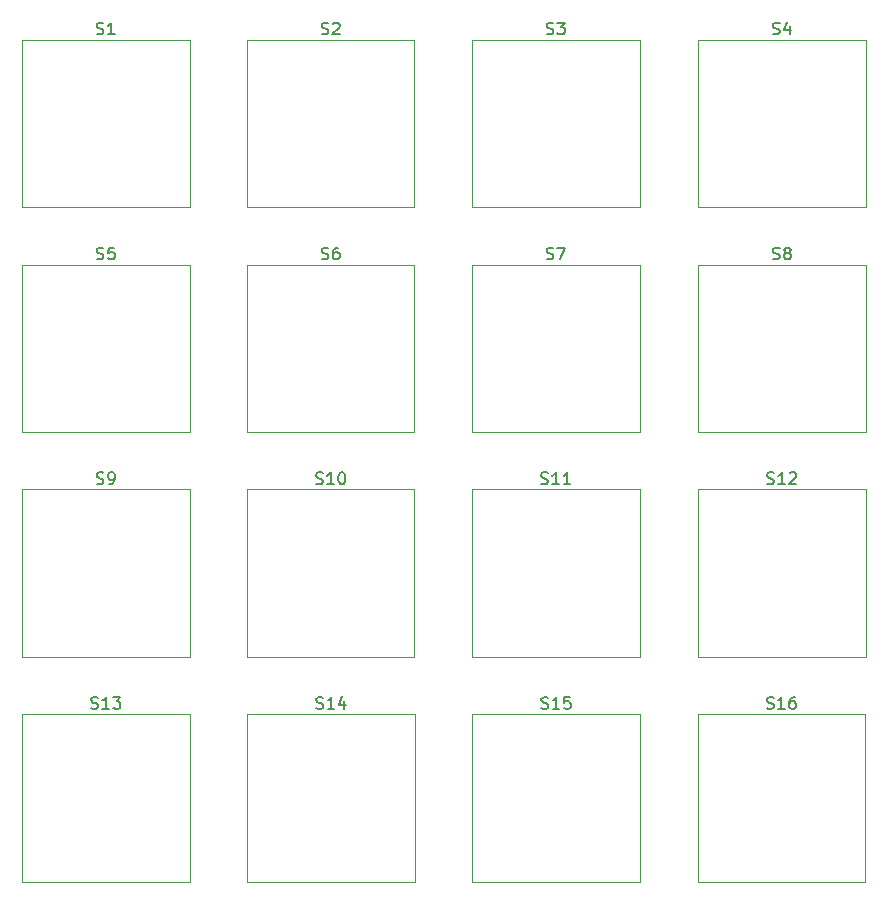
<source format=gbr>
%TF.GenerationSoftware,KiCad,Pcbnew,8.0.5*%
%TF.CreationDate,2024-10-21T23:59:58+02:00*%
%TF.ProjectId,retrooper_keyboard,72657472-6f6f-4706-9572-5f6b6579626f,rev?*%
%TF.SameCoordinates,Original*%
%TF.FileFunction,Legend,Top*%
%TF.FilePolarity,Positive*%
%FSLAX46Y46*%
G04 Gerber Fmt 4.6, Leading zero omitted, Abs format (unit mm)*
G04 Created by KiCad (PCBNEW 8.0.5) date 2024-10-21 23:59:58*
%MOMM*%
%LPD*%
G01*
G04 APERTURE LIST*
%ADD10C,0.150000*%
%ADD11C,0.120000*%
G04 APERTURE END LIST*
D10*
X123631905Y-100407200D02*
X123774762Y-100454819D01*
X123774762Y-100454819D02*
X124012857Y-100454819D01*
X124012857Y-100454819D02*
X124108095Y-100407200D01*
X124108095Y-100407200D02*
X124155714Y-100359580D01*
X124155714Y-100359580D02*
X124203333Y-100264342D01*
X124203333Y-100264342D02*
X124203333Y-100169104D01*
X124203333Y-100169104D02*
X124155714Y-100073866D01*
X124155714Y-100073866D02*
X124108095Y-100026247D01*
X124108095Y-100026247D02*
X124012857Y-99978628D01*
X124012857Y-99978628D02*
X123822381Y-99931009D01*
X123822381Y-99931009D02*
X123727143Y-99883390D01*
X123727143Y-99883390D02*
X123679524Y-99835771D01*
X123679524Y-99835771D02*
X123631905Y-99740533D01*
X123631905Y-99740533D02*
X123631905Y-99645295D01*
X123631905Y-99645295D02*
X123679524Y-99550057D01*
X123679524Y-99550057D02*
X123727143Y-99502438D01*
X123727143Y-99502438D02*
X123822381Y-99454819D01*
X123822381Y-99454819D02*
X124060476Y-99454819D01*
X124060476Y-99454819D02*
X124203333Y-99502438D01*
X125155714Y-100454819D02*
X124584286Y-100454819D01*
X124870000Y-100454819D02*
X124870000Y-99454819D01*
X124870000Y-99454819D02*
X124774762Y-99597676D01*
X124774762Y-99597676D02*
X124679524Y-99692914D01*
X124679524Y-99692914D02*
X124584286Y-99740533D01*
X125489048Y-99454819D02*
X126108095Y-99454819D01*
X126108095Y-99454819D02*
X125774762Y-99835771D01*
X125774762Y-99835771D02*
X125917619Y-99835771D01*
X125917619Y-99835771D02*
X126012857Y-99883390D01*
X126012857Y-99883390D02*
X126060476Y-99931009D01*
X126060476Y-99931009D02*
X126108095Y-100026247D01*
X126108095Y-100026247D02*
X126108095Y-100264342D01*
X126108095Y-100264342D02*
X126060476Y-100359580D01*
X126060476Y-100359580D02*
X126012857Y-100407200D01*
X126012857Y-100407200D02*
X125917619Y-100454819D01*
X125917619Y-100454819D02*
X125631905Y-100454819D01*
X125631905Y-100454819D02*
X125536667Y-100407200D01*
X125536667Y-100407200D02*
X125489048Y-100359580D01*
X124098439Y-81387200D02*
X124241296Y-81434819D01*
X124241296Y-81434819D02*
X124479391Y-81434819D01*
X124479391Y-81434819D02*
X124574629Y-81387200D01*
X124574629Y-81387200D02*
X124622248Y-81339580D01*
X124622248Y-81339580D02*
X124669867Y-81244342D01*
X124669867Y-81244342D02*
X124669867Y-81149104D01*
X124669867Y-81149104D02*
X124622248Y-81053866D01*
X124622248Y-81053866D02*
X124574629Y-81006247D01*
X124574629Y-81006247D02*
X124479391Y-80958628D01*
X124479391Y-80958628D02*
X124288915Y-80911009D01*
X124288915Y-80911009D02*
X124193677Y-80863390D01*
X124193677Y-80863390D02*
X124146058Y-80815771D01*
X124146058Y-80815771D02*
X124098439Y-80720533D01*
X124098439Y-80720533D02*
X124098439Y-80625295D01*
X124098439Y-80625295D02*
X124146058Y-80530057D01*
X124146058Y-80530057D02*
X124193677Y-80482438D01*
X124193677Y-80482438D02*
X124288915Y-80434819D01*
X124288915Y-80434819D02*
X124527010Y-80434819D01*
X124527010Y-80434819D02*
X124669867Y-80482438D01*
X125146058Y-81434819D02*
X125336534Y-81434819D01*
X125336534Y-81434819D02*
X125431772Y-81387200D01*
X125431772Y-81387200D02*
X125479391Y-81339580D01*
X125479391Y-81339580D02*
X125574629Y-81196723D01*
X125574629Y-81196723D02*
X125622248Y-81006247D01*
X125622248Y-81006247D02*
X125622248Y-80625295D01*
X125622248Y-80625295D02*
X125574629Y-80530057D01*
X125574629Y-80530057D02*
X125527010Y-80482438D01*
X125527010Y-80482438D02*
X125431772Y-80434819D01*
X125431772Y-80434819D02*
X125241296Y-80434819D01*
X125241296Y-80434819D02*
X125146058Y-80482438D01*
X125146058Y-80482438D02*
X125098439Y-80530057D01*
X125098439Y-80530057D02*
X125050820Y-80625295D01*
X125050820Y-80625295D02*
X125050820Y-80863390D01*
X125050820Y-80863390D02*
X125098439Y-80958628D01*
X125098439Y-80958628D02*
X125146058Y-81006247D01*
X125146058Y-81006247D02*
X125241296Y-81053866D01*
X125241296Y-81053866D02*
X125431772Y-81053866D01*
X125431772Y-81053866D02*
X125527010Y-81006247D01*
X125527010Y-81006247D02*
X125574629Y-80958628D01*
X125574629Y-80958628D02*
X125622248Y-80863390D01*
X124098439Y-62357200D02*
X124241296Y-62404819D01*
X124241296Y-62404819D02*
X124479391Y-62404819D01*
X124479391Y-62404819D02*
X124574629Y-62357200D01*
X124574629Y-62357200D02*
X124622248Y-62309580D01*
X124622248Y-62309580D02*
X124669867Y-62214342D01*
X124669867Y-62214342D02*
X124669867Y-62119104D01*
X124669867Y-62119104D02*
X124622248Y-62023866D01*
X124622248Y-62023866D02*
X124574629Y-61976247D01*
X124574629Y-61976247D02*
X124479391Y-61928628D01*
X124479391Y-61928628D02*
X124288915Y-61881009D01*
X124288915Y-61881009D02*
X124193677Y-61833390D01*
X124193677Y-61833390D02*
X124146058Y-61785771D01*
X124146058Y-61785771D02*
X124098439Y-61690533D01*
X124098439Y-61690533D02*
X124098439Y-61595295D01*
X124098439Y-61595295D02*
X124146058Y-61500057D01*
X124146058Y-61500057D02*
X124193677Y-61452438D01*
X124193677Y-61452438D02*
X124288915Y-61404819D01*
X124288915Y-61404819D02*
X124527010Y-61404819D01*
X124527010Y-61404819D02*
X124669867Y-61452438D01*
X125574629Y-61404819D02*
X125098439Y-61404819D01*
X125098439Y-61404819D02*
X125050820Y-61881009D01*
X125050820Y-61881009D02*
X125098439Y-61833390D01*
X125098439Y-61833390D02*
X125193677Y-61785771D01*
X125193677Y-61785771D02*
X125431772Y-61785771D01*
X125431772Y-61785771D02*
X125527010Y-61833390D01*
X125527010Y-61833390D02*
X125574629Y-61881009D01*
X125574629Y-61881009D02*
X125622248Y-61976247D01*
X125622248Y-61976247D02*
X125622248Y-62214342D01*
X125622248Y-62214342D02*
X125574629Y-62309580D01*
X125574629Y-62309580D02*
X125527010Y-62357200D01*
X125527010Y-62357200D02*
X125431772Y-62404819D01*
X125431772Y-62404819D02*
X125193677Y-62404819D01*
X125193677Y-62404819D02*
X125098439Y-62357200D01*
X125098439Y-62357200D02*
X125050820Y-62309580D01*
X161751905Y-100407200D02*
X161894762Y-100454819D01*
X161894762Y-100454819D02*
X162132857Y-100454819D01*
X162132857Y-100454819D02*
X162228095Y-100407200D01*
X162228095Y-100407200D02*
X162275714Y-100359580D01*
X162275714Y-100359580D02*
X162323333Y-100264342D01*
X162323333Y-100264342D02*
X162323333Y-100169104D01*
X162323333Y-100169104D02*
X162275714Y-100073866D01*
X162275714Y-100073866D02*
X162228095Y-100026247D01*
X162228095Y-100026247D02*
X162132857Y-99978628D01*
X162132857Y-99978628D02*
X161942381Y-99931009D01*
X161942381Y-99931009D02*
X161847143Y-99883390D01*
X161847143Y-99883390D02*
X161799524Y-99835771D01*
X161799524Y-99835771D02*
X161751905Y-99740533D01*
X161751905Y-99740533D02*
X161751905Y-99645295D01*
X161751905Y-99645295D02*
X161799524Y-99550057D01*
X161799524Y-99550057D02*
X161847143Y-99502438D01*
X161847143Y-99502438D02*
X161942381Y-99454819D01*
X161942381Y-99454819D02*
X162180476Y-99454819D01*
X162180476Y-99454819D02*
X162323333Y-99502438D01*
X163275714Y-100454819D02*
X162704286Y-100454819D01*
X162990000Y-100454819D02*
X162990000Y-99454819D01*
X162990000Y-99454819D02*
X162894762Y-99597676D01*
X162894762Y-99597676D02*
X162799524Y-99692914D01*
X162799524Y-99692914D02*
X162704286Y-99740533D01*
X164180476Y-99454819D02*
X163704286Y-99454819D01*
X163704286Y-99454819D02*
X163656667Y-99931009D01*
X163656667Y-99931009D02*
X163704286Y-99883390D01*
X163704286Y-99883390D02*
X163799524Y-99835771D01*
X163799524Y-99835771D02*
X164037619Y-99835771D01*
X164037619Y-99835771D02*
X164132857Y-99883390D01*
X164132857Y-99883390D02*
X164180476Y-99931009D01*
X164180476Y-99931009D02*
X164228095Y-100026247D01*
X164228095Y-100026247D02*
X164228095Y-100264342D01*
X164228095Y-100264342D02*
X164180476Y-100359580D01*
X164180476Y-100359580D02*
X164132857Y-100407200D01*
X164132857Y-100407200D02*
X164037619Y-100454819D01*
X164037619Y-100454819D02*
X163799524Y-100454819D01*
X163799524Y-100454819D02*
X163704286Y-100407200D01*
X163704286Y-100407200D02*
X163656667Y-100359580D01*
X142661905Y-81387200D02*
X142804762Y-81434819D01*
X142804762Y-81434819D02*
X143042857Y-81434819D01*
X143042857Y-81434819D02*
X143138095Y-81387200D01*
X143138095Y-81387200D02*
X143185714Y-81339580D01*
X143185714Y-81339580D02*
X143233333Y-81244342D01*
X143233333Y-81244342D02*
X143233333Y-81149104D01*
X143233333Y-81149104D02*
X143185714Y-81053866D01*
X143185714Y-81053866D02*
X143138095Y-81006247D01*
X143138095Y-81006247D02*
X143042857Y-80958628D01*
X143042857Y-80958628D02*
X142852381Y-80911009D01*
X142852381Y-80911009D02*
X142757143Y-80863390D01*
X142757143Y-80863390D02*
X142709524Y-80815771D01*
X142709524Y-80815771D02*
X142661905Y-80720533D01*
X142661905Y-80720533D02*
X142661905Y-80625295D01*
X142661905Y-80625295D02*
X142709524Y-80530057D01*
X142709524Y-80530057D02*
X142757143Y-80482438D01*
X142757143Y-80482438D02*
X142852381Y-80434819D01*
X142852381Y-80434819D02*
X143090476Y-80434819D01*
X143090476Y-80434819D02*
X143233333Y-80482438D01*
X144185714Y-81434819D02*
X143614286Y-81434819D01*
X143900000Y-81434819D02*
X143900000Y-80434819D01*
X143900000Y-80434819D02*
X143804762Y-80577676D01*
X143804762Y-80577676D02*
X143709524Y-80672914D01*
X143709524Y-80672914D02*
X143614286Y-80720533D01*
X144804762Y-80434819D02*
X144900000Y-80434819D01*
X144900000Y-80434819D02*
X144995238Y-80482438D01*
X144995238Y-80482438D02*
X145042857Y-80530057D01*
X145042857Y-80530057D02*
X145090476Y-80625295D01*
X145090476Y-80625295D02*
X145138095Y-80815771D01*
X145138095Y-80815771D02*
X145138095Y-81053866D01*
X145138095Y-81053866D02*
X145090476Y-81244342D01*
X145090476Y-81244342D02*
X145042857Y-81339580D01*
X145042857Y-81339580D02*
X144995238Y-81387200D01*
X144995238Y-81387200D02*
X144900000Y-81434819D01*
X144900000Y-81434819D02*
X144804762Y-81434819D01*
X144804762Y-81434819D02*
X144709524Y-81387200D01*
X144709524Y-81387200D02*
X144661905Y-81339580D01*
X144661905Y-81339580D02*
X144614286Y-81244342D01*
X144614286Y-81244342D02*
X144566667Y-81053866D01*
X144566667Y-81053866D02*
X144566667Y-80815771D01*
X144566667Y-80815771D02*
X144614286Y-80625295D01*
X144614286Y-80625295D02*
X144661905Y-80530057D01*
X144661905Y-80530057D02*
X144709524Y-80482438D01*
X144709524Y-80482438D02*
X144804762Y-80434819D01*
X181344039Y-43306376D02*
X181486896Y-43353995D01*
X181486896Y-43353995D02*
X181724991Y-43353995D01*
X181724991Y-43353995D02*
X181820229Y-43306376D01*
X181820229Y-43306376D02*
X181867848Y-43258756D01*
X181867848Y-43258756D02*
X181915467Y-43163518D01*
X181915467Y-43163518D02*
X181915467Y-43068280D01*
X181915467Y-43068280D02*
X181867848Y-42973042D01*
X181867848Y-42973042D02*
X181820229Y-42925423D01*
X181820229Y-42925423D02*
X181724991Y-42877804D01*
X181724991Y-42877804D02*
X181534515Y-42830185D01*
X181534515Y-42830185D02*
X181439277Y-42782566D01*
X181439277Y-42782566D02*
X181391658Y-42734947D01*
X181391658Y-42734947D02*
X181344039Y-42639709D01*
X181344039Y-42639709D02*
X181344039Y-42544471D01*
X181344039Y-42544471D02*
X181391658Y-42449233D01*
X181391658Y-42449233D02*
X181439277Y-42401614D01*
X181439277Y-42401614D02*
X181534515Y-42353995D01*
X181534515Y-42353995D02*
X181772610Y-42353995D01*
X181772610Y-42353995D02*
X181915467Y-42401614D01*
X182772610Y-42687328D02*
X182772610Y-43353995D01*
X182534515Y-42306376D02*
X182296420Y-43020661D01*
X182296420Y-43020661D02*
X182915467Y-43020661D01*
X162198095Y-62357200D02*
X162340952Y-62404819D01*
X162340952Y-62404819D02*
X162579047Y-62404819D01*
X162579047Y-62404819D02*
X162674285Y-62357200D01*
X162674285Y-62357200D02*
X162721904Y-62309580D01*
X162721904Y-62309580D02*
X162769523Y-62214342D01*
X162769523Y-62214342D02*
X162769523Y-62119104D01*
X162769523Y-62119104D02*
X162721904Y-62023866D01*
X162721904Y-62023866D02*
X162674285Y-61976247D01*
X162674285Y-61976247D02*
X162579047Y-61928628D01*
X162579047Y-61928628D02*
X162388571Y-61881009D01*
X162388571Y-61881009D02*
X162293333Y-61833390D01*
X162293333Y-61833390D02*
X162245714Y-61785771D01*
X162245714Y-61785771D02*
X162198095Y-61690533D01*
X162198095Y-61690533D02*
X162198095Y-61595295D01*
X162198095Y-61595295D02*
X162245714Y-61500057D01*
X162245714Y-61500057D02*
X162293333Y-61452438D01*
X162293333Y-61452438D02*
X162388571Y-61404819D01*
X162388571Y-61404819D02*
X162626666Y-61404819D01*
X162626666Y-61404819D02*
X162769523Y-61452438D01*
X163102857Y-61404819D02*
X163769523Y-61404819D01*
X163769523Y-61404819D02*
X163340952Y-62404819D01*
X124098439Y-43306376D02*
X124241296Y-43353995D01*
X124241296Y-43353995D02*
X124479391Y-43353995D01*
X124479391Y-43353995D02*
X124574629Y-43306376D01*
X124574629Y-43306376D02*
X124622248Y-43258756D01*
X124622248Y-43258756D02*
X124669867Y-43163518D01*
X124669867Y-43163518D02*
X124669867Y-43068280D01*
X124669867Y-43068280D02*
X124622248Y-42973042D01*
X124622248Y-42973042D02*
X124574629Y-42925423D01*
X124574629Y-42925423D02*
X124479391Y-42877804D01*
X124479391Y-42877804D02*
X124288915Y-42830185D01*
X124288915Y-42830185D02*
X124193677Y-42782566D01*
X124193677Y-42782566D02*
X124146058Y-42734947D01*
X124146058Y-42734947D02*
X124098439Y-42639709D01*
X124098439Y-42639709D02*
X124098439Y-42544471D01*
X124098439Y-42544471D02*
X124146058Y-42449233D01*
X124146058Y-42449233D02*
X124193677Y-42401614D01*
X124193677Y-42401614D02*
X124288915Y-42353995D01*
X124288915Y-42353995D02*
X124527010Y-42353995D01*
X124527010Y-42353995D02*
X124669867Y-42401614D01*
X125622248Y-43353995D02*
X125050820Y-43353995D01*
X125336534Y-43353995D02*
X125336534Y-42353995D01*
X125336534Y-42353995D02*
X125241296Y-42496852D01*
X125241296Y-42496852D02*
X125146058Y-42592090D01*
X125146058Y-42592090D02*
X125050820Y-42639709D01*
X142691905Y-100407200D02*
X142834762Y-100454819D01*
X142834762Y-100454819D02*
X143072857Y-100454819D01*
X143072857Y-100454819D02*
X143168095Y-100407200D01*
X143168095Y-100407200D02*
X143215714Y-100359580D01*
X143215714Y-100359580D02*
X143263333Y-100264342D01*
X143263333Y-100264342D02*
X143263333Y-100169104D01*
X143263333Y-100169104D02*
X143215714Y-100073866D01*
X143215714Y-100073866D02*
X143168095Y-100026247D01*
X143168095Y-100026247D02*
X143072857Y-99978628D01*
X143072857Y-99978628D02*
X142882381Y-99931009D01*
X142882381Y-99931009D02*
X142787143Y-99883390D01*
X142787143Y-99883390D02*
X142739524Y-99835771D01*
X142739524Y-99835771D02*
X142691905Y-99740533D01*
X142691905Y-99740533D02*
X142691905Y-99645295D01*
X142691905Y-99645295D02*
X142739524Y-99550057D01*
X142739524Y-99550057D02*
X142787143Y-99502438D01*
X142787143Y-99502438D02*
X142882381Y-99454819D01*
X142882381Y-99454819D02*
X143120476Y-99454819D01*
X143120476Y-99454819D02*
X143263333Y-99502438D01*
X144215714Y-100454819D02*
X143644286Y-100454819D01*
X143930000Y-100454819D02*
X143930000Y-99454819D01*
X143930000Y-99454819D02*
X143834762Y-99597676D01*
X143834762Y-99597676D02*
X143739524Y-99692914D01*
X143739524Y-99692914D02*
X143644286Y-99740533D01*
X145072857Y-99788152D02*
X145072857Y-100454819D01*
X144834762Y-99407200D02*
X144596667Y-100121485D01*
X144596667Y-100121485D02*
X145215714Y-100121485D01*
X181344039Y-62357200D02*
X181486896Y-62404819D01*
X181486896Y-62404819D02*
X181724991Y-62404819D01*
X181724991Y-62404819D02*
X181820229Y-62357200D01*
X181820229Y-62357200D02*
X181867848Y-62309580D01*
X181867848Y-62309580D02*
X181915467Y-62214342D01*
X181915467Y-62214342D02*
X181915467Y-62119104D01*
X181915467Y-62119104D02*
X181867848Y-62023866D01*
X181867848Y-62023866D02*
X181820229Y-61976247D01*
X181820229Y-61976247D02*
X181724991Y-61928628D01*
X181724991Y-61928628D02*
X181534515Y-61881009D01*
X181534515Y-61881009D02*
X181439277Y-61833390D01*
X181439277Y-61833390D02*
X181391658Y-61785771D01*
X181391658Y-61785771D02*
X181344039Y-61690533D01*
X181344039Y-61690533D02*
X181344039Y-61595295D01*
X181344039Y-61595295D02*
X181391658Y-61500057D01*
X181391658Y-61500057D02*
X181439277Y-61452438D01*
X181439277Y-61452438D02*
X181534515Y-61404819D01*
X181534515Y-61404819D02*
X181772610Y-61404819D01*
X181772610Y-61404819D02*
X181915467Y-61452438D01*
X182486896Y-61833390D02*
X182391658Y-61785771D01*
X182391658Y-61785771D02*
X182344039Y-61738152D01*
X182344039Y-61738152D02*
X182296420Y-61642914D01*
X182296420Y-61642914D02*
X182296420Y-61595295D01*
X182296420Y-61595295D02*
X182344039Y-61500057D01*
X182344039Y-61500057D02*
X182391658Y-61452438D01*
X182391658Y-61452438D02*
X182486896Y-61404819D01*
X182486896Y-61404819D02*
X182677372Y-61404819D01*
X182677372Y-61404819D02*
X182772610Y-61452438D01*
X182772610Y-61452438D02*
X182820229Y-61500057D01*
X182820229Y-61500057D02*
X182867848Y-61595295D01*
X182867848Y-61595295D02*
X182867848Y-61642914D01*
X182867848Y-61642914D02*
X182820229Y-61738152D01*
X182820229Y-61738152D02*
X182772610Y-61785771D01*
X182772610Y-61785771D02*
X182677372Y-61833390D01*
X182677372Y-61833390D02*
X182486896Y-61833390D01*
X182486896Y-61833390D02*
X182391658Y-61881009D01*
X182391658Y-61881009D02*
X182344039Y-61928628D01*
X182344039Y-61928628D02*
X182296420Y-62023866D01*
X182296420Y-62023866D02*
X182296420Y-62214342D01*
X182296420Y-62214342D02*
X182344039Y-62309580D01*
X182344039Y-62309580D02*
X182391658Y-62357200D01*
X182391658Y-62357200D02*
X182486896Y-62404819D01*
X182486896Y-62404819D02*
X182677372Y-62404819D01*
X182677372Y-62404819D02*
X182772610Y-62357200D01*
X182772610Y-62357200D02*
X182820229Y-62309580D01*
X182820229Y-62309580D02*
X182867848Y-62214342D01*
X182867848Y-62214342D02*
X182867848Y-62023866D01*
X182867848Y-62023866D02*
X182820229Y-61928628D01*
X182820229Y-61928628D02*
X182772610Y-61881009D01*
X182772610Y-61881009D02*
X182677372Y-61833390D01*
X143138095Y-62357200D02*
X143280952Y-62404819D01*
X143280952Y-62404819D02*
X143519047Y-62404819D01*
X143519047Y-62404819D02*
X143614285Y-62357200D01*
X143614285Y-62357200D02*
X143661904Y-62309580D01*
X143661904Y-62309580D02*
X143709523Y-62214342D01*
X143709523Y-62214342D02*
X143709523Y-62119104D01*
X143709523Y-62119104D02*
X143661904Y-62023866D01*
X143661904Y-62023866D02*
X143614285Y-61976247D01*
X143614285Y-61976247D02*
X143519047Y-61928628D01*
X143519047Y-61928628D02*
X143328571Y-61881009D01*
X143328571Y-61881009D02*
X143233333Y-61833390D01*
X143233333Y-61833390D02*
X143185714Y-61785771D01*
X143185714Y-61785771D02*
X143138095Y-61690533D01*
X143138095Y-61690533D02*
X143138095Y-61595295D01*
X143138095Y-61595295D02*
X143185714Y-61500057D01*
X143185714Y-61500057D02*
X143233333Y-61452438D01*
X143233333Y-61452438D02*
X143328571Y-61404819D01*
X143328571Y-61404819D02*
X143566666Y-61404819D01*
X143566666Y-61404819D02*
X143709523Y-61452438D01*
X144566666Y-61404819D02*
X144376190Y-61404819D01*
X144376190Y-61404819D02*
X144280952Y-61452438D01*
X144280952Y-61452438D02*
X144233333Y-61500057D01*
X144233333Y-61500057D02*
X144138095Y-61642914D01*
X144138095Y-61642914D02*
X144090476Y-61833390D01*
X144090476Y-61833390D02*
X144090476Y-62214342D01*
X144090476Y-62214342D02*
X144138095Y-62309580D01*
X144138095Y-62309580D02*
X144185714Y-62357200D01*
X144185714Y-62357200D02*
X144280952Y-62404819D01*
X144280952Y-62404819D02*
X144471428Y-62404819D01*
X144471428Y-62404819D02*
X144566666Y-62357200D01*
X144566666Y-62357200D02*
X144614285Y-62309580D01*
X144614285Y-62309580D02*
X144661904Y-62214342D01*
X144661904Y-62214342D02*
X144661904Y-61976247D01*
X144661904Y-61976247D02*
X144614285Y-61881009D01*
X144614285Y-61881009D02*
X144566666Y-61833390D01*
X144566666Y-61833390D02*
X144471428Y-61785771D01*
X144471428Y-61785771D02*
X144280952Y-61785771D01*
X144280952Y-61785771D02*
X144185714Y-61833390D01*
X144185714Y-61833390D02*
X144138095Y-61881009D01*
X144138095Y-61881009D02*
X144090476Y-61976247D01*
X180831905Y-100407200D02*
X180974762Y-100454819D01*
X180974762Y-100454819D02*
X181212857Y-100454819D01*
X181212857Y-100454819D02*
X181308095Y-100407200D01*
X181308095Y-100407200D02*
X181355714Y-100359580D01*
X181355714Y-100359580D02*
X181403333Y-100264342D01*
X181403333Y-100264342D02*
X181403333Y-100169104D01*
X181403333Y-100169104D02*
X181355714Y-100073866D01*
X181355714Y-100073866D02*
X181308095Y-100026247D01*
X181308095Y-100026247D02*
X181212857Y-99978628D01*
X181212857Y-99978628D02*
X181022381Y-99931009D01*
X181022381Y-99931009D02*
X180927143Y-99883390D01*
X180927143Y-99883390D02*
X180879524Y-99835771D01*
X180879524Y-99835771D02*
X180831905Y-99740533D01*
X180831905Y-99740533D02*
X180831905Y-99645295D01*
X180831905Y-99645295D02*
X180879524Y-99550057D01*
X180879524Y-99550057D02*
X180927143Y-99502438D01*
X180927143Y-99502438D02*
X181022381Y-99454819D01*
X181022381Y-99454819D02*
X181260476Y-99454819D01*
X181260476Y-99454819D02*
X181403333Y-99502438D01*
X182355714Y-100454819D02*
X181784286Y-100454819D01*
X182070000Y-100454819D02*
X182070000Y-99454819D01*
X182070000Y-99454819D02*
X181974762Y-99597676D01*
X181974762Y-99597676D02*
X181879524Y-99692914D01*
X181879524Y-99692914D02*
X181784286Y-99740533D01*
X183212857Y-99454819D02*
X183022381Y-99454819D01*
X183022381Y-99454819D02*
X182927143Y-99502438D01*
X182927143Y-99502438D02*
X182879524Y-99550057D01*
X182879524Y-99550057D02*
X182784286Y-99692914D01*
X182784286Y-99692914D02*
X182736667Y-99883390D01*
X182736667Y-99883390D02*
X182736667Y-100264342D01*
X182736667Y-100264342D02*
X182784286Y-100359580D01*
X182784286Y-100359580D02*
X182831905Y-100407200D01*
X182831905Y-100407200D02*
X182927143Y-100454819D01*
X182927143Y-100454819D02*
X183117619Y-100454819D01*
X183117619Y-100454819D02*
X183212857Y-100407200D01*
X183212857Y-100407200D02*
X183260476Y-100359580D01*
X183260476Y-100359580D02*
X183308095Y-100264342D01*
X183308095Y-100264342D02*
X183308095Y-100026247D01*
X183308095Y-100026247D02*
X183260476Y-99931009D01*
X183260476Y-99931009D02*
X183212857Y-99883390D01*
X183212857Y-99883390D02*
X183117619Y-99835771D01*
X183117619Y-99835771D02*
X182927143Y-99835771D01*
X182927143Y-99835771D02*
X182831905Y-99883390D01*
X182831905Y-99883390D02*
X182784286Y-99931009D01*
X182784286Y-99931009D02*
X182736667Y-100026247D01*
X180867849Y-81387200D02*
X181010706Y-81434819D01*
X181010706Y-81434819D02*
X181248801Y-81434819D01*
X181248801Y-81434819D02*
X181344039Y-81387200D01*
X181344039Y-81387200D02*
X181391658Y-81339580D01*
X181391658Y-81339580D02*
X181439277Y-81244342D01*
X181439277Y-81244342D02*
X181439277Y-81149104D01*
X181439277Y-81149104D02*
X181391658Y-81053866D01*
X181391658Y-81053866D02*
X181344039Y-81006247D01*
X181344039Y-81006247D02*
X181248801Y-80958628D01*
X181248801Y-80958628D02*
X181058325Y-80911009D01*
X181058325Y-80911009D02*
X180963087Y-80863390D01*
X180963087Y-80863390D02*
X180915468Y-80815771D01*
X180915468Y-80815771D02*
X180867849Y-80720533D01*
X180867849Y-80720533D02*
X180867849Y-80625295D01*
X180867849Y-80625295D02*
X180915468Y-80530057D01*
X180915468Y-80530057D02*
X180963087Y-80482438D01*
X180963087Y-80482438D02*
X181058325Y-80434819D01*
X181058325Y-80434819D02*
X181296420Y-80434819D01*
X181296420Y-80434819D02*
X181439277Y-80482438D01*
X182391658Y-81434819D02*
X181820230Y-81434819D01*
X182105944Y-81434819D02*
X182105944Y-80434819D01*
X182105944Y-80434819D02*
X182010706Y-80577676D01*
X182010706Y-80577676D02*
X181915468Y-80672914D01*
X181915468Y-80672914D02*
X181820230Y-80720533D01*
X182772611Y-80530057D02*
X182820230Y-80482438D01*
X182820230Y-80482438D02*
X182915468Y-80434819D01*
X182915468Y-80434819D02*
X183153563Y-80434819D01*
X183153563Y-80434819D02*
X183248801Y-80482438D01*
X183248801Y-80482438D02*
X183296420Y-80530057D01*
X183296420Y-80530057D02*
X183344039Y-80625295D01*
X183344039Y-80625295D02*
X183344039Y-80720533D01*
X183344039Y-80720533D02*
X183296420Y-80863390D01*
X183296420Y-80863390D02*
X182724992Y-81434819D01*
X182724992Y-81434819D02*
X183344039Y-81434819D01*
X143138095Y-43306376D02*
X143280952Y-43353995D01*
X143280952Y-43353995D02*
X143519047Y-43353995D01*
X143519047Y-43353995D02*
X143614285Y-43306376D01*
X143614285Y-43306376D02*
X143661904Y-43258756D01*
X143661904Y-43258756D02*
X143709523Y-43163518D01*
X143709523Y-43163518D02*
X143709523Y-43068280D01*
X143709523Y-43068280D02*
X143661904Y-42973042D01*
X143661904Y-42973042D02*
X143614285Y-42925423D01*
X143614285Y-42925423D02*
X143519047Y-42877804D01*
X143519047Y-42877804D02*
X143328571Y-42830185D01*
X143328571Y-42830185D02*
X143233333Y-42782566D01*
X143233333Y-42782566D02*
X143185714Y-42734947D01*
X143185714Y-42734947D02*
X143138095Y-42639709D01*
X143138095Y-42639709D02*
X143138095Y-42544471D01*
X143138095Y-42544471D02*
X143185714Y-42449233D01*
X143185714Y-42449233D02*
X143233333Y-42401614D01*
X143233333Y-42401614D02*
X143328571Y-42353995D01*
X143328571Y-42353995D02*
X143566666Y-42353995D01*
X143566666Y-42353995D02*
X143709523Y-42401614D01*
X144090476Y-42449233D02*
X144138095Y-42401614D01*
X144138095Y-42401614D02*
X144233333Y-42353995D01*
X144233333Y-42353995D02*
X144471428Y-42353995D01*
X144471428Y-42353995D02*
X144566666Y-42401614D01*
X144566666Y-42401614D02*
X144614285Y-42449233D01*
X144614285Y-42449233D02*
X144661904Y-42544471D01*
X144661904Y-42544471D02*
X144661904Y-42639709D01*
X144661904Y-42639709D02*
X144614285Y-42782566D01*
X144614285Y-42782566D02*
X144042857Y-43353995D01*
X144042857Y-43353995D02*
X144661904Y-43353995D01*
X161721905Y-81387200D02*
X161864762Y-81434819D01*
X161864762Y-81434819D02*
X162102857Y-81434819D01*
X162102857Y-81434819D02*
X162198095Y-81387200D01*
X162198095Y-81387200D02*
X162245714Y-81339580D01*
X162245714Y-81339580D02*
X162293333Y-81244342D01*
X162293333Y-81244342D02*
X162293333Y-81149104D01*
X162293333Y-81149104D02*
X162245714Y-81053866D01*
X162245714Y-81053866D02*
X162198095Y-81006247D01*
X162198095Y-81006247D02*
X162102857Y-80958628D01*
X162102857Y-80958628D02*
X161912381Y-80911009D01*
X161912381Y-80911009D02*
X161817143Y-80863390D01*
X161817143Y-80863390D02*
X161769524Y-80815771D01*
X161769524Y-80815771D02*
X161721905Y-80720533D01*
X161721905Y-80720533D02*
X161721905Y-80625295D01*
X161721905Y-80625295D02*
X161769524Y-80530057D01*
X161769524Y-80530057D02*
X161817143Y-80482438D01*
X161817143Y-80482438D02*
X161912381Y-80434819D01*
X161912381Y-80434819D02*
X162150476Y-80434819D01*
X162150476Y-80434819D02*
X162293333Y-80482438D01*
X163245714Y-81434819D02*
X162674286Y-81434819D01*
X162960000Y-81434819D02*
X162960000Y-80434819D01*
X162960000Y-80434819D02*
X162864762Y-80577676D01*
X162864762Y-80577676D02*
X162769524Y-80672914D01*
X162769524Y-80672914D02*
X162674286Y-80720533D01*
X164198095Y-81434819D02*
X163626667Y-81434819D01*
X163912381Y-81434819D02*
X163912381Y-80434819D01*
X163912381Y-80434819D02*
X163817143Y-80577676D01*
X163817143Y-80577676D02*
X163721905Y-80672914D01*
X163721905Y-80672914D02*
X163626667Y-80720533D01*
X162198095Y-43306376D02*
X162340952Y-43353995D01*
X162340952Y-43353995D02*
X162579047Y-43353995D01*
X162579047Y-43353995D02*
X162674285Y-43306376D01*
X162674285Y-43306376D02*
X162721904Y-43258756D01*
X162721904Y-43258756D02*
X162769523Y-43163518D01*
X162769523Y-43163518D02*
X162769523Y-43068280D01*
X162769523Y-43068280D02*
X162721904Y-42973042D01*
X162721904Y-42973042D02*
X162674285Y-42925423D01*
X162674285Y-42925423D02*
X162579047Y-42877804D01*
X162579047Y-42877804D02*
X162388571Y-42830185D01*
X162388571Y-42830185D02*
X162293333Y-42782566D01*
X162293333Y-42782566D02*
X162245714Y-42734947D01*
X162245714Y-42734947D02*
X162198095Y-42639709D01*
X162198095Y-42639709D02*
X162198095Y-42544471D01*
X162198095Y-42544471D02*
X162245714Y-42449233D01*
X162245714Y-42449233D02*
X162293333Y-42401614D01*
X162293333Y-42401614D02*
X162388571Y-42353995D01*
X162388571Y-42353995D02*
X162626666Y-42353995D01*
X162626666Y-42353995D02*
X162769523Y-42401614D01*
X163102857Y-42353995D02*
X163721904Y-42353995D01*
X163721904Y-42353995D02*
X163388571Y-42734947D01*
X163388571Y-42734947D02*
X163531428Y-42734947D01*
X163531428Y-42734947D02*
X163626666Y-42782566D01*
X163626666Y-42782566D02*
X163674285Y-42830185D01*
X163674285Y-42830185D02*
X163721904Y-42925423D01*
X163721904Y-42925423D02*
X163721904Y-43163518D01*
X163721904Y-43163518D02*
X163674285Y-43258756D01*
X163674285Y-43258756D02*
X163626666Y-43306376D01*
X163626666Y-43306376D02*
X163531428Y-43353995D01*
X163531428Y-43353995D02*
X163245714Y-43353995D01*
X163245714Y-43353995D02*
X163150476Y-43306376D01*
X163150476Y-43306376D02*
X163102857Y-43258756D01*
D11*
%TO.C,S13*%
X117770000Y-100900000D02*
X117770000Y-115100000D01*
X117770000Y-115100000D02*
X131970000Y-115100000D01*
X131970000Y-100900000D02*
X117770000Y-100900000D01*
X131970000Y-115100000D02*
X131970000Y-100900000D01*
%TO.C,S9*%
X117760344Y-81880000D02*
X117760344Y-96080000D01*
X117760344Y-96080000D02*
X131960344Y-96080000D01*
X131960344Y-81880000D02*
X117760344Y-81880000D01*
X131960344Y-96080000D02*
X131960344Y-81880000D01*
%TO.C,S5*%
X117760344Y-62850000D02*
X117760344Y-77050000D01*
X117760344Y-77050000D02*
X131960344Y-77050000D01*
X131960344Y-62850000D02*
X117760344Y-62850000D01*
X131960344Y-77050000D02*
X131960344Y-62850000D01*
%TO.C,S15*%
X155890000Y-100900000D02*
X155890000Y-115100000D01*
X155890000Y-115100000D02*
X170090000Y-115100000D01*
X170090000Y-100900000D02*
X155890000Y-100900000D01*
X170090000Y-115100000D02*
X170090000Y-100900000D01*
%TO.C,S10*%
X136800000Y-81880000D02*
X136800000Y-96080000D01*
X136800000Y-96080000D02*
X151000000Y-96080000D01*
X151000000Y-81880000D02*
X136800000Y-81880000D01*
X151000000Y-96080000D02*
X151000000Y-81880000D01*
%TO.C,S4*%
X175005944Y-43799176D02*
X175005944Y-57999176D01*
X175005944Y-57999176D02*
X189205944Y-57999176D01*
X189205944Y-43799176D02*
X175005944Y-43799176D01*
X189205944Y-57999176D02*
X189205944Y-43799176D01*
%TO.C,S7*%
X155860000Y-62850000D02*
X155860000Y-77050000D01*
X155860000Y-77050000D02*
X170060000Y-77050000D01*
X170060000Y-62850000D02*
X155860000Y-62850000D01*
X170060000Y-77050000D02*
X170060000Y-62850000D01*
%TO.C,S1*%
X117760344Y-43799176D02*
X117760344Y-57999176D01*
X117760344Y-57999176D02*
X131960344Y-57999176D01*
X131960344Y-43799176D02*
X117760344Y-43799176D01*
X131960344Y-57999176D02*
X131960344Y-43799176D01*
%TO.C,S14*%
X136830000Y-100900000D02*
X136830000Y-115100000D01*
X136830000Y-115100000D02*
X151030000Y-115100000D01*
X151030000Y-100900000D02*
X136830000Y-100900000D01*
X151030000Y-115100000D02*
X151030000Y-100900000D01*
%TO.C,S8*%
X175005944Y-62850000D02*
X175005944Y-77050000D01*
X175005944Y-77050000D02*
X189205944Y-77050000D01*
X189205944Y-62850000D02*
X175005944Y-62850000D01*
X189205944Y-77050000D02*
X189205944Y-62850000D01*
%TO.C,S6*%
X136800000Y-62850000D02*
X136800000Y-77050000D01*
X136800000Y-77050000D02*
X151000000Y-77050000D01*
X151000000Y-62850000D02*
X136800000Y-62850000D01*
X151000000Y-77050000D02*
X151000000Y-62850000D01*
%TO.C,S16*%
X174970000Y-100900000D02*
X174970000Y-115100000D01*
X174970000Y-115100000D02*
X189170000Y-115100000D01*
X189170000Y-100900000D02*
X174970000Y-100900000D01*
X189170000Y-115100000D02*
X189170000Y-100900000D01*
%TO.C,S12*%
X175005944Y-81880000D02*
X175005944Y-96080000D01*
X175005944Y-96080000D02*
X189205944Y-96080000D01*
X189205944Y-81880000D02*
X175005944Y-81880000D01*
X189205944Y-96080000D02*
X189205944Y-81880000D01*
%TO.C,S2*%
X136800000Y-43799176D02*
X136800000Y-57999176D01*
X136800000Y-57999176D02*
X151000000Y-57999176D01*
X151000000Y-43799176D02*
X136800000Y-43799176D01*
X151000000Y-57999176D02*
X151000000Y-43799176D01*
%TO.C,S11*%
X155860000Y-81880000D02*
X155860000Y-96080000D01*
X155860000Y-96080000D02*
X170060000Y-96080000D01*
X170060000Y-81880000D02*
X155860000Y-81880000D01*
X170060000Y-96080000D02*
X170060000Y-81880000D01*
%TO.C,S3*%
X155860000Y-43799176D02*
X155860000Y-57999176D01*
X155860000Y-57999176D02*
X170060000Y-57999176D01*
X170060000Y-43799176D02*
X155860000Y-43799176D01*
X170060000Y-57999176D02*
X170060000Y-43799176D01*
%TD*%
M02*

</source>
